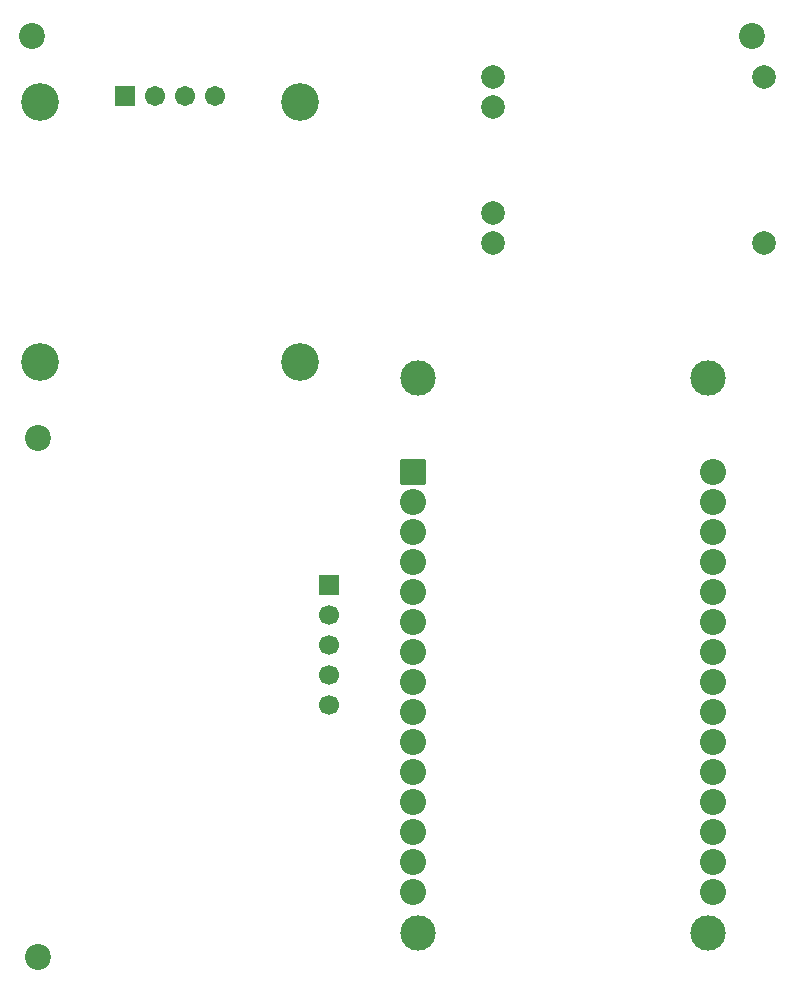
<source format=gbr>
%TF.GenerationSoftware,KiCad,Pcbnew,9.0.2*%
%TF.CreationDate,2025-07-16T22:08:15-05:00*%
%TF.ProjectId,PCB,5043422e-6b69-4636-9164-5f7063625858,rev?*%
%TF.SameCoordinates,Original*%
%TF.FileFunction,Soldermask,Bot*%
%TF.FilePolarity,Negative*%
%FSLAX46Y46*%
G04 Gerber Fmt 4.6, Leading zero omitted, Abs format (unit mm)*
G04 Created by KiCad (PCBNEW 9.0.2) date 2025-07-16 22:08:15*
%MOMM*%
%LPD*%
G01*
G04 APERTURE LIST*
G04 Aperture macros list*
%AMRoundRect*
0 Rectangle with rounded corners*
0 $1 Rounding radius*
0 $2 $3 $4 $5 $6 $7 $8 $9 X,Y pos of 4 corners*
0 Add a 4 corners polygon primitive as box body*
4,1,4,$2,$3,$4,$5,$6,$7,$8,$9,$2,$3,0*
0 Add four circle primitives for the rounded corners*
1,1,$1+$1,$2,$3*
1,1,$1+$1,$4,$5*
1,1,$1+$1,$6,$7*
1,1,$1+$1,$8,$9*
0 Add four rect primitives between the rounded corners*
20,1,$1+$1,$2,$3,$4,$5,0*
20,1,$1+$1,$4,$5,$6,$7,0*
20,1,$1+$1,$6,$7,$8,$9,0*
20,1,$1+$1,$8,$9,$2,$3,0*%
G04 Aperture macros list end*
%ADD10R,1.700000X1.700000*%
%ADD11C,1.700000*%
%ADD12C,2.200000*%
%ADD13C,2.000000*%
%ADD14RoundRect,0.102000X-0.754000X-0.754000X0.754000X-0.754000X0.754000X0.754000X-0.754000X0.754000X0*%
%ADD15C,1.712000*%
%ADD16C,3.204000*%
%ADD17C,3.000000*%
%ADD18RoundRect,0.102000X-1.000000X-1.000000X1.000000X-1.000000X1.000000X1.000000X-1.000000X1.000000X0*%
%ADD19C,2.204000*%
G04 APERTURE END LIST*
D10*
%TO.C,J2*%
X149690000Y-99515000D03*
D11*
X149690000Y-102055000D03*
X149690000Y-104595000D03*
X149690000Y-107135000D03*
X149690000Y-109675000D03*
%TD*%
D12*
%TO.C,REF\u002A\u002A*%
X125000000Y-131000000D03*
%TD*%
%TO.C,*%
X185500000Y-53000000D03*
%TD*%
%TO.C,REF\u002A\u002A*%
X125000000Y-87000000D03*
%TD*%
D13*
%TO.C,U4*%
X186500000Y-70500000D03*
X186500000Y-56500000D03*
X163500000Y-70500000D03*
X163500000Y-56500000D03*
X163500000Y-67960000D03*
X163500000Y-59040000D03*
%TD*%
D14*
%TO.C,U2*%
X132380000Y-58095000D03*
D15*
X134920000Y-58095000D03*
X137460000Y-58095000D03*
X140000000Y-58095000D03*
D16*
X125190000Y-58595000D03*
X147190000Y-58595000D03*
X147190000Y-80595000D03*
X125190000Y-80595000D03*
%TD*%
D12*
%TO.C,*%
X124500000Y-53000000D03*
%TD*%
D17*
%TO.C,U1*%
X157220000Y-81960000D03*
X157220000Y-128910000D03*
X181730000Y-81960000D03*
X181730000Y-128910000D03*
D18*
X156800000Y-89920000D03*
D19*
X156800000Y-92460000D03*
X156800000Y-95000000D03*
X156800000Y-97540000D03*
X156800000Y-100080000D03*
X156800000Y-102620000D03*
X156800000Y-105160000D03*
X156800000Y-107700000D03*
X156800000Y-110240000D03*
X156800000Y-112780000D03*
X156800000Y-115320000D03*
X156800000Y-117860000D03*
X156800000Y-120400000D03*
X156800000Y-122940000D03*
X156800000Y-125480000D03*
X182200000Y-125480000D03*
X182200000Y-122940000D03*
X182200000Y-120400000D03*
X182200000Y-117860000D03*
X182200000Y-115320000D03*
X182200000Y-112780000D03*
X182200000Y-110240000D03*
X182200000Y-107700000D03*
X182200000Y-105160000D03*
X182200000Y-102620000D03*
X182200000Y-100080000D03*
X182200000Y-97540000D03*
X182200000Y-95000000D03*
X182200000Y-92460000D03*
X182200000Y-89920000D03*
%TD*%
M02*

</source>
